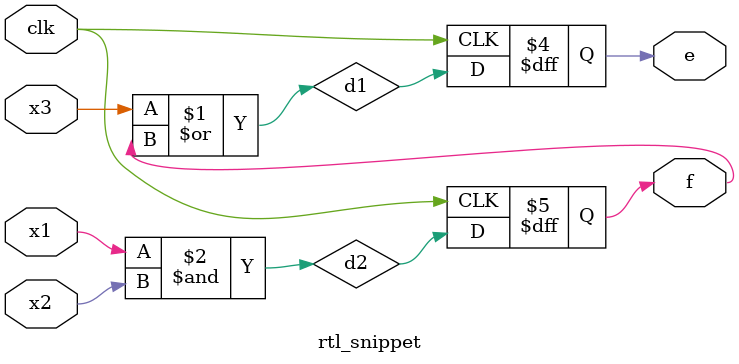
<source format=v>
`timescale 1ns / 1ps


module rtl_snippet(input wire clk,input wire x1,x2,x3,output reg e,f);
wire x1,x2,x3;
assign d1=x3|f;
assign d2=x1&x2;
always@(posedge clk)begin
e<=d1;
f<=d2;
end
endmodule

</source>
